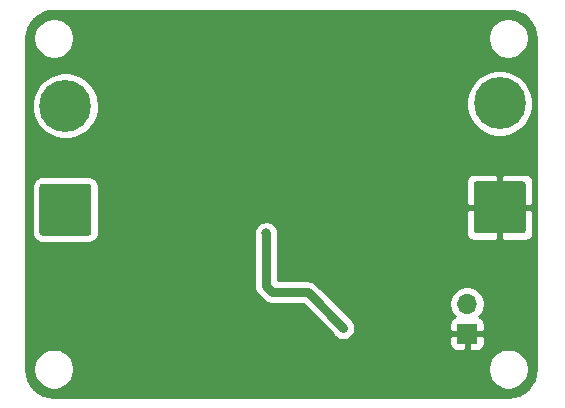
<source format=gbr>
%TF.GenerationSoftware,KiCad,Pcbnew,5.1.6*%
%TF.CreationDate,2020-09-21T04:05:30+02:00*%
%TF.ProjectId,AL8853_Led_driver,414c3838-3533-45f4-9c65-645f64726976,rev?*%
%TF.SameCoordinates,Original*%
%TF.FileFunction,Copper,L2,Bot*%
%TF.FilePolarity,Positive*%
%FSLAX46Y46*%
G04 Gerber Fmt 4.6, Leading zero omitted, Abs format (unit mm)*
G04 Created by KiCad (PCBNEW 5.1.6) date 2020-09-21 04:05:30*
%MOMM*%
%LPD*%
G01*
G04 APERTURE LIST*
%TA.AperFunction,ComponentPad*%
%ADD10O,1.700000X1.700000*%
%TD*%
%TA.AperFunction,ComponentPad*%
%ADD11R,1.700000X1.700000*%
%TD*%
%TA.AperFunction,ComponentPad*%
%ADD12C,4.400000*%
%TD*%
%TA.AperFunction,ViaPad*%
%ADD13C,0.800000*%
%TD*%
%TA.AperFunction,Conductor*%
%ADD14C,0.750000*%
%TD*%
%TA.AperFunction,Conductor*%
%ADD15C,0.254000*%
%TD*%
G04 APERTURE END LIST*
D10*
%TO.P,J2,2*%
%TO.N,Net-(J2-Pad2)*%
X109000000Y-125960000D03*
D11*
%TO.P,J2,1*%
%TO.N,GND*%
X109000000Y-128500000D03*
%TD*%
D12*
%TO.P,J3,2*%
%TO.N,Net-(C3-Pad1)*%
X75000000Y-109200000D03*
%TO.P,J3,1*%
%TO.N,Net-(J3-Pad1)*%
%TA.AperFunction,ComponentPad*%
G36*
G01*
X76950001Y-120200000D02*
X73049999Y-120200000D01*
G75*
G02*
X72800000Y-119950001I0J249999D01*
G01*
X72800000Y-116049999D01*
G75*
G02*
X73049999Y-115800000I249999J0D01*
G01*
X76950001Y-115800000D01*
G75*
G02*
X77200000Y-116049999I0J-249999D01*
G01*
X77200000Y-119950001D01*
G75*
G02*
X76950001Y-120200000I-249999J0D01*
G01*
G37*
%TD.AperFunction*%
%TD*%
%TO.P,J1,2*%
%TO.N,Net-(C1-Pad1)*%
X111760000Y-109000000D03*
%TO.P,J1,1*%
%TO.N,GND*%
%TA.AperFunction,ComponentPad*%
G36*
G01*
X113710001Y-120000000D02*
X109809999Y-120000000D01*
G75*
G02*
X109560000Y-119750001I0J249999D01*
G01*
X109560000Y-115849999D01*
G75*
G02*
X109809999Y-115600000I249999J0D01*
G01*
X113710001Y-115600000D01*
G75*
G02*
X113960000Y-115849999I0J-249999D01*
G01*
X113960000Y-119750001D01*
G75*
G02*
X113710001Y-120000000I-249999J0D01*
G01*
G37*
%TD.AperFunction*%
%TD*%
D13*
%TO.N,GND*%
X80400000Y-126800000D03*
X81800000Y-126800000D03*
X83200000Y-126800000D03*
X80400000Y-128000000D03*
X81800000Y-128000000D03*
X83200000Y-128000000D03*
X80400000Y-129200000D03*
X81800000Y-129200000D03*
X83200000Y-129200000D03*
X80400000Y-125600000D03*
X81800000Y-125600000D03*
X83200000Y-125600000D03*
X84600000Y-125600000D03*
X84600000Y-126800000D03*
X84600000Y-128000000D03*
X84600000Y-129200000D03*
X78000000Y-102800000D03*
X81800000Y-102800000D03*
X85800000Y-102800000D03*
X89800000Y-102800000D03*
X93800000Y-102800000D03*
X97800000Y-102800000D03*
X101800000Y-102800000D03*
X105800000Y-102800000D03*
X109800000Y-102800000D03*
X73600000Y-113200000D03*
X77600000Y-113200000D03*
X73600000Y-128400000D03*
X97800000Y-106800000D03*
X88800000Y-112200000D03*
X100000000Y-113600000D03*
X100000000Y-110000000D03*
X100200000Y-105200000D03*
X113000000Y-113400000D03*
X113000000Y-122400000D03*
X114000000Y-125000000D03*
X86000000Y-129200000D03*
X86000000Y-128000000D03*
X86000000Y-126800000D03*
X86000000Y-125600000D03*
X93200000Y-129000000D03*
X87200000Y-119000000D03*
X114000000Y-129000000D03*
X108800000Y-132400000D03*
X104500000Y-133000000D03*
X77000000Y-132400000D03*
X82000000Y-133200000D03*
X87400000Y-133200000D03*
X92600000Y-133200000D03*
X99200000Y-133200000D03*
%TO.N,Net-(R4-Pad1)*%
X98500000Y-128000000D03*
X92000000Y-120000000D03*
%TD*%
D14*
%TO.N,Net-(R4-Pad1)*%
X98500000Y-128000000D02*
X95500000Y-125000000D01*
X95500000Y-125000000D02*
X92500000Y-125000000D01*
X92500000Y-125000000D02*
X92000000Y-124500000D01*
X92000000Y-124500000D02*
X92000000Y-120000000D01*
%TD*%
D15*
%TO.N,GND*%
G36*
X112953893Y-101207670D02*
G01*
X113390498Y-101339489D01*
X113793185Y-101553600D01*
X114146612Y-101841848D01*
X114437327Y-102193261D01*
X114654242Y-102594439D01*
X114789106Y-103030113D01*
X114840000Y-103514344D01*
X114840001Y-131467711D01*
X114792330Y-131953894D01*
X114660512Y-132390497D01*
X114446399Y-132793186D01*
X114158150Y-133146613D01*
X113806739Y-133437327D01*
X113405564Y-133654240D01*
X112969886Y-133789106D01*
X112485664Y-133840000D01*
X74032279Y-133840000D01*
X73546106Y-133792330D01*
X73109503Y-133660512D01*
X72706814Y-133446399D01*
X72353387Y-133158150D01*
X72062673Y-132806739D01*
X71845760Y-132405564D01*
X71710894Y-131969886D01*
X71660000Y-131485664D01*
X71660000Y-131329117D01*
X72265000Y-131329117D01*
X72265000Y-131670883D01*
X72331675Y-132006081D01*
X72462463Y-132321831D01*
X72652337Y-132605998D01*
X72894002Y-132847663D01*
X73178169Y-133037537D01*
X73493919Y-133168325D01*
X73829117Y-133235000D01*
X74170883Y-133235000D01*
X74506081Y-133168325D01*
X74821831Y-133037537D01*
X75105998Y-132847663D01*
X75347663Y-132605998D01*
X75537537Y-132321831D01*
X75668325Y-132006081D01*
X75735000Y-131670883D01*
X75735000Y-131329117D01*
X110765000Y-131329117D01*
X110765000Y-131670883D01*
X110831675Y-132006081D01*
X110962463Y-132321831D01*
X111152337Y-132605998D01*
X111394002Y-132847663D01*
X111678169Y-133037537D01*
X111993919Y-133168325D01*
X112329117Y-133235000D01*
X112670883Y-133235000D01*
X113006081Y-133168325D01*
X113321831Y-133037537D01*
X113605998Y-132847663D01*
X113847663Y-132605998D01*
X114037537Y-132321831D01*
X114168325Y-132006081D01*
X114235000Y-131670883D01*
X114235000Y-131329117D01*
X114168325Y-130993919D01*
X114037537Y-130678169D01*
X113847663Y-130394002D01*
X113605998Y-130152337D01*
X113321831Y-129962463D01*
X113006081Y-129831675D01*
X112670883Y-129765000D01*
X112329117Y-129765000D01*
X111993919Y-129831675D01*
X111678169Y-129962463D01*
X111394002Y-130152337D01*
X111152337Y-130394002D01*
X110962463Y-130678169D01*
X110831675Y-130993919D01*
X110765000Y-131329117D01*
X75735000Y-131329117D01*
X75668325Y-130993919D01*
X75537537Y-130678169D01*
X75347663Y-130394002D01*
X75105998Y-130152337D01*
X74821831Y-129962463D01*
X74506081Y-129831675D01*
X74170883Y-129765000D01*
X73829117Y-129765000D01*
X73493919Y-129831675D01*
X73178169Y-129962463D01*
X72894002Y-130152337D01*
X72652337Y-130394002D01*
X72462463Y-130678169D01*
X72331675Y-130993919D01*
X72265000Y-131329117D01*
X71660000Y-131329117D01*
X71660000Y-129350000D01*
X107511928Y-129350000D01*
X107524188Y-129474482D01*
X107560498Y-129594180D01*
X107619463Y-129704494D01*
X107698815Y-129801185D01*
X107795506Y-129880537D01*
X107905820Y-129939502D01*
X108025518Y-129975812D01*
X108150000Y-129988072D01*
X108714250Y-129985000D01*
X108873000Y-129826250D01*
X108873000Y-128627000D01*
X109127000Y-128627000D01*
X109127000Y-129826250D01*
X109285750Y-129985000D01*
X109850000Y-129988072D01*
X109974482Y-129975812D01*
X110094180Y-129939502D01*
X110204494Y-129880537D01*
X110301185Y-129801185D01*
X110380537Y-129704494D01*
X110439502Y-129594180D01*
X110475812Y-129474482D01*
X110488072Y-129350000D01*
X110485000Y-128785750D01*
X110326250Y-128627000D01*
X109127000Y-128627000D01*
X108873000Y-128627000D01*
X107673750Y-128627000D01*
X107515000Y-128785750D01*
X107511928Y-129350000D01*
X71660000Y-129350000D01*
X71660000Y-116049999D01*
X72161928Y-116049999D01*
X72161928Y-119950001D01*
X72178992Y-120123255D01*
X72229528Y-120289851D01*
X72311595Y-120443387D01*
X72422038Y-120577962D01*
X72556613Y-120688405D01*
X72710149Y-120770472D01*
X72876745Y-120821008D01*
X73049999Y-120838072D01*
X76950001Y-120838072D01*
X77123255Y-120821008D01*
X77289851Y-120770472D01*
X77443387Y-120688405D01*
X77577962Y-120577962D01*
X77688405Y-120443387D01*
X77770472Y-120289851D01*
X77821008Y-120123255D01*
X77838072Y-119950001D01*
X77838072Y-119898061D01*
X90965000Y-119898061D01*
X90965000Y-120101939D01*
X90990001Y-120227628D01*
X90990000Y-124450392D01*
X90985114Y-124500000D01*
X90990000Y-124549607D01*
X91004615Y-124697993D01*
X91062368Y-124888379D01*
X91156153Y-125063840D01*
X91282367Y-125217633D01*
X91320906Y-125249261D01*
X91750739Y-125679094D01*
X91782367Y-125717633D01*
X91936160Y-125843847D01*
X92111620Y-125937632D01*
X92302005Y-125995385D01*
X92500000Y-126014886D01*
X92549608Y-126010000D01*
X95081645Y-126010000D01*
X97624870Y-128553226D01*
X97696063Y-128659774D01*
X97840226Y-128803937D01*
X98009744Y-128917205D01*
X98198102Y-128995226D01*
X98398061Y-129035000D01*
X98601939Y-129035000D01*
X98801898Y-128995226D01*
X98990256Y-128917205D01*
X99159774Y-128803937D01*
X99303937Y-128659774D01*
X99417205Y-128490256D01*
X99495226Y-128301898D01*
X99535000Y-128101939D01*
X99535000Y-127898061D01*
X99495226Y-127698102D01*
X99475302Y-127650000D01*
X107511928Y-127650000D01*
X107515000Y-128214250D01*
X107673750Y-128373000D01*
X108873000Y-128373000D01*
X108873000Y-128353000D01*
X109127000Y-128353000D01*
X109127000Y-128373000D01*
X110326250Y-128373000D01*
X110485000Y-128214250D01*
X110488072Y-127650000D01*
X110475812Y-127525518D01*
X110439502Y-127405820D01*
X110380537Y-127295506D01*
X110301185Y-127198815D01*
X110204494Y-127119463D01*
X110094180Y-127060498D01*
X110021620Y-127038487D01*
X110153475Y-126906632D01*
X110315990Y-126663411D01*
X110427932Y-126393158D01*
X110485000Y-126106260D01*
X110485000Y-125813740D01*
X110427932Y-125526842D01*
X110315990Y-125256589D01*
X110153475Y-125013368D01*
X109946632Y-124806525D01*
X109703411Y-124644010D01*
X109433158Y-124532068D01*
X109146260Y-124475000D01*
X108853740Y-124475000D01*
X108566842Y-124532068D01*
X108296589Y-124644010D01*
X108053368Y-124806525D01*
X107846525Y-125013368D01*
X107684010Y-125256589D01*
X107572068Y-125526842D01*
X107515000Y-125813740D01*
X107515000Y-126106260D01*
X107572068Y-126393158D01*
X107684010Y-126663411D01*
X107846525Y-126906632D01*
X107978380Y-127038487D01*
X107905820Y-127060498D01*
X107795506Y-127119463D01*
X107698815Y-127198815D01*
X107619463Y-127295506D01*
X107560498Y-127405820D01*
X107524188Y-127525518D01*
X107511928Y-127650000D01*
X99475302Y-127650000D01*
X99417205Y-127509744D01*
X99303937Y-127340226D01*
X99159774Y-127196063D01*
X99053226Y-127124870D01*
X96249261Y-124320906D01*
X96217633Y-124282367D01*
X96063840Y-124156153D01*
X95888380Y-124062368D01*
X95697994Y-124004615D01*
X95549608Y-123990000D01*
X95500000Y-123985114D01*
X95450392Y-123990000D01*
X93010000Y-123990000D01*
X93010000Y-120227623D01*
X93035000Y-120101939D01*
X93035000Y-120000000D01*
X108921928Y-120000000D01*
X108934188Y-120124482D01*
X108970498Y-120244180D01*
X109029463Y-120354494D01*
X109108815Y-120451185D01*
X109205506Y-120530537D01*
X109315820Y-120589502D01*
X109435518Y-120625812D01*
X109560000Y-120638072D01*
X111474250Y-120635000D01*
X111633000Y-120476250D01*
X111633000Y-117927000D01*
X111887000Y-117927000D01*
X111887000Y-120476250D01*
X112045750Y-120635000D01*
X113960000Y-120638072D01*
X114084482Y-120625812D01*
X114204180Y-120589502D01*
X114314494Y-120530537D01*
X114411185Y-120451185D01*
X114490537Y-120354494D01*
X114549502Y-120244180D01*
X114585812Y-120124482D01*
X114598072Y-120000000D01*
X114595000Y-118085750D01*
X114436250Y-117927000D01*
X111887000Y-117927000D01*
X111633000Y-117927000D01*
X109083750Y-117927000D01*
X108925000Y-118085750D01*
X108921928Y-120000000D01*
X93035000Y-120000000D01*
X93035000Y-119898061D01*
X92995226Y-119698102D01*
X92917205Y-119509744D01*
X92803937Y-119340226D01*
X92659774Y-119196063D01*
X92490256Y-119082795D01*
X92301898Y-119004774D01*
X92101939Y-118965000D01*
X91898061Y-118965000D01*
X91698102Y-119004774D01*
X91509744Y-119082795D01*
X91340226Y-119196063D01*
X91196063Y-119340226D01*
X91082795Y-119509744D01*
X91004774Y-119698102D01*
X90965000Y-119898061D01*
X77838072Y-119898061D01*
X77838072Y-116049999D01*
X77821008Y-115876745D01*
X77770472Y-115710149D01*
X77711596Y-115600000D01*
X108921928Y-115600000D01*
X108925000Y-117514250D01*
X109083750Y-117673000D01*
X111633000Y-117673000D01*
X111633000Y-115123750D01*
X111887000Y-115123750D01*
X111887000Y-117673000D01*
X114436250Y-117673000D01*
X114595000Y-117514250D01*
X114598072Y-115600000D01*
X114585812Y-115475518D01*
X114549502Y-115355820D01*
X114490537Y-115245506D01*
X114411185Y-115148815D01*
X114314494Y-115069463D01*
X114204180Y-115010498D01*
X114084482Y-114974188D01*
X113960000Y-114961928D01*
X112045750Y-114965000D01*
X111887000Y-115123750D01*
X111633000Y-115123750D01*
X111474250Y-114965000D01*
X109560000Y-114961928D01*
X109435518Y-114974188D01*
X109315820Y-115010498D01*
X109205506Y-115069463D01*
X109108815Y-115148815D01*
X109029463Y-115245506D01*
X108970498Y-115355820D01*
X108934188Y-115475518D01*
X108921928Y-115600000D01*
X77711596Y-115600000D01*
X77688405Y-115556613D01*
X77577962Y-115422038D01*
X77443387Y-115311595D01*
X77289851Y-115229528D01*
X77123255Y-115178992D01*
X76950001Y-115161928D01*
X73049999Y-115161928D01*
X72876745Y-115178992D01*
X72710149Y-115229528D01*
X72556613Y-115311595D01*
X72422038Y-115422038D01*
X72311595Y-115556613D01*
X72229528Y-115710149D01*
X72178992Y-115876745D01*
X72161928Y-116049999D01*
X71660000Y-116049999D01*
X71660000Y-108920777D01*
X72165000Y-108920777D01*
X72165000Y-109479223D01*
X72273948Y-110026939D01*
X72487656Y-110542876D01*
X72797912Y-111007207D01*
X73192793Y-111402088D01*
X73657124Y-111712344D01*
X74173061Y-111926052D01*
X74720777Y-112035000D01*
X75279223Y-112035000D01*
X75826939Y-111926052D01*
X76342876Y-111712344D01*
X76807207Y-111402088D01*
X77202088Y-111007207D01*
X77512344Y-110542876D01*
X77726052Y-110026939D01*
X77835000Y-109479223D01*
X77835000Y-108920777D01*
X77795218Y-108720777D01*
X108925000Y-108720777D01*
X108925000Y-109279223D01*
X109033948Y-109826939D01*
X109247656Y-110342876D01*
X109557912Y-110807207D01*
X109952793Y-111202088D01*
X110417124Y-111512344D01*
X110933061Y-111726052D01*
X111480777Y-111835000D01*
X112039223Y-111835000D01*
X112586939Y-111726052D01*
X113102876Y-111512344D01*
X113567207Y-111202088D01*
X113962088Y-110807207D01*
X114272344Y-110342876D01*
X114486052Y-109826939D01*
X114595000Y-109279223D01*
X114595000Y-108720777D01*
X114486052Y-108173061D01*
X114272344Y-107657124D01*
X113962088Y-107192793D01*
X113567207Y-106797912D01*
X113102876Y-106487656D01*
X112586939Y-106273948D01*
X112039223Y-106165000D01*
X111480777Y-106165000D01*
X110933061Y-106273948D01*
X110417124Y-106487656D01*
X109952793Y-106797912D01*
X109557912Y-107192793D01*
X109247656Y-107657124D01*
X109033948Y-108173061D01*
X108925000Y-108720777D01*
X77795218Y-108720777D01*
X77726052Y-108373061D01*
X77512344Y-107857124D01*
X77202088Y-107392793D01*
X76807207Y-106997912D01*
X76342876Y-106687656D01*
X75826939Y-106473948D01*
X75279223Y-106365000D01*
X74720777Y-106365000D01*
X74173061Y-106473948D01*
X73657124Y-106687656D01*
X73192793Y-106997912D01*
X72797912Y-107392793D01*
X72487656Y-107857124D01*
X72273948Y-108373061D01*
X72165000Y-108920777D01*
X71660000Y-108920777D01*
X71660000Y-103532279D01*
X71679920Y-103329117D01*
X72265000Y-103329117D01*
X72265000Y-103670883D01*
X72331675Y-104006081D01*
X72462463Y-104321831D01*
X72652337Y-104605998D01*
X72894002Y-104847663D01*
X73178169Y-105037537D01*
X73493919Y-105168325D01*
X73829117Y-105235000D01*
X74170883Y-105235000D01*
X74506081Y-105168325D01*
X74821831Y-105037537D01*
X75105998Y-104847663D01*
X75347663Y-104605998D01*
X75537537Y-104321831D01*
X75668325Y-104006081D01*
X75735000Y-103670883D01*
X75735000Y-103329117D01*
X110765000Y-103329117D01*
X110765000Y-103670883D01*
X110831675Y-104006081D01*
X110962463Y-104321831D01*
X111152337Y-104605998D01*
X111394002Y-104847663D01*
X111678169Y-105037537D01*
X111993919Y-105168325D01*
X112329117Y-105235000D01*
X112670883Y-105235000D01*
X113006081Y-105168325D01*
X113321831Y-105037537D01*
X113605998Y-104847663D01*
X113847663Y-104605998D01*
X114037537Y-104321831D01*
X114168325Y-104006081D01*
X114235000Y-103670883D01*
X114235000Y-103329117D01*
X114168325Y-102993919D01*
X114037537Y-102678169D01*
X113847663Y-102394002D01*
X113605998Y-102152337D01*
X113321831Y-101962463D01*
X113006081Y-101831675D01*
X112670883Y-101765000D01*
X112329117Y-101765000D01*
X111993919Y-101831675D01*
X111678169Y-101962463D01*
X111394002Y-102152337D01*
X111152337Y-102394002D01*
X110962463Y-102678169D01*
X110831675Y-102993919D01*
X110765000Y-103329117D01*
X75735000Y-103329117D01*
X75668325Y-102993919D01*
X75537537Y-102678169D01*
X75347663Y-102394002D01*
X75105998Y-102152337D01*
X74821831Y-101962463D01*
X74506081Y-101831675D01*
X74170883Y-101765000D01*
X73829117Y-101765000D01*
X73493919Y-101831675D01*
X73178169Y-101962463D01*
X72894002Y-102152337D01*
X72652337Y-102394002D01*
X72462463Y-102678169D01*
X72331675Y-102993919D01*
X72265000Y-103329117D01*
X71679920Y-103329117D01*
X71707670Y-103046107D01*
X71839489Y-102609502D01*
X72053600Y-102206815D01*
X72341848Y-101853388D01*
X72693261Y-101562673D01*
X73094439Y-101345758D01*
X73530113Y-101210894D01*
X74014344Y-101160000D01*
X112467721Y-101160000D01*
X112953893Y-101207670D01*
G37*
X112953893Y-101207670D02*
X113390498Y-101339489D01*
X113793185Y-101553600D01*
X114146612Y-101841848D01*
X114437327Y-102193261D01*
X114654242Y-102594439D01*
X114789106Y-103030113D01*
X114840000Y-103514344D01*
X114840001Y-131467711D01*
X114792330Y-131953894D01*
X114660512Y-132390497D01*
X114446399Y-132793186D01*
X114158150Y-133146613D01*
X113806739Y-133437327D01*
X113405564Y-133654240D01*
X112969886Y-133789106D01*
X112485664Y-133840000D01*
X74032279Y-133840000D01*
X73546106Y-133792330D01*
X73109503Y-133660512D01*
X72706814Y-133446399D01*
X72353387Y-133158150D01*
X72062673Y-132806739D01*
X71845760Y-132405564D01*
X71710894Y-131969886D01*
X71660000Y-131485664D01*
X71660000Y-131329117D01*
X72265000Y-131329117D01*
X72265000Y-131670883D01*
X72331675Y-132006081D01*
X72462463Y-132321831D01*
X72652337Y-132605998D01*
X72894002Y-132847663D01*
X73178169Y-133037537D01*
X73493919Y-133168325D01*
X73829117Y-133235000D01*
X74170883Y-133235000D01*
X74506081Y-133168325D01*
X74821831Y-133037537D01*
X75105998Y-132847663D01*
X75347663Y-132605998D01*
X75537537Y-132321831D01*
X75668325Y-132006081D01*
X75735000Y-131670883D01*
X75735000Y-131329117D01*
X110765000Y-131329117D01*
X110765000Y-131670883D01*
X110831675Y-132006081D01*
X110962463Y-132321831D01*
X111152337Y-132605998D01*
X111394002Y-132847663D01*
X111678169Y-133037537D01*
X111993919Y-133168325D01*
X112329117Y-133235000D01*
X112670883Y-133235000D01*
X113006081Y-133168325D01*
X113321831Y-133037537D01*
X113605998Y-132847663D01*
X113847663Y-132605998D01*
X114037537Y-132321831D01*
X114168325Y-132006081D01*
X114235000Y-131670883D01*
X114235000Y-131329117D01*
X114168325Y-130993919D01*
X114037537Y-130678169D01*
X113847663Y-130394002D01*
X113605998Y-130152337D01*
X113321831Y-129962463D01*
X113006081Y-129831675D01*
X112670883Y-129765000D01*
X112329117Y-129765000D01*
X111993919Y-129831675D01*
X111678169Y-129962463D01*
X111394002Y-130152337D01*
X111152337Y-130394002D01*
X110962463Y-130678169D01*
X110831675Y-130993919D01*
X110765000Y-131329117D01*
X75735000Y-131329117D01*
X75668325Y-130993919D01*
X75537537Y-130678169D01*
X75347663Y-130394002D01*
X75105998Y-130152337D01*
X74821831Y-129962463D01*
X74506081Y-129831675D01*
X74170883Y-129765000D01*
X73829117Y-129765000D01*
X73493919Y-129831675D01*
X73178169Y-129962463D01*
X72894002Y-130152337D01*
X72652337Y-130394002D01*
X72462463Y-130678169D01*
X72331675Y-130993919D01*
X72265000Y-131329117D01*
X71660000Y-131329117D01*
X71660000Y-129350000D01*
X107511928Y-129350000D01*
X107524188Y-129474482D01*
X107560498Y-129594180D01*
X107619463Y-129704494D01*
X107698815Y-129801185D01*
X107795506Y-129880537D01*
X107905820Y-129939502D01*
X108025518Y-129975812D01*
X108150000Y-129988072D01*
X108714250Y-129985000D01*
X108873000Y-129826250D01*
X108873000Y-128627000D01*
X109127000Y-128627000D01*
X109127000Y-129826250D01*
X109285750Y-129985000D01*
X109850000Y-129988072D01*
X109974482Y-129975812D01*
X110094180Y-129939502D01*
X110204494Y-129880537D01*
X110301185Y-129801185D01*
X110380537Y-129704494D01*
X110439502Y-129594180D01*
X110475812Y-129474482D01*
X110488072Y-129350000D01*
X110485000Y-128785750D01*
X110326250Y-128627000D01*
X109127000Y-128627000D01*
X108873000Y-128627000D01*
X107673750Y-128627000D01*
X107515000Y-128785750D01*
X107511928Y-129350000D01*
X71660000Y-129350000D01*
X71660000Y-116049999D01*
X72161928Y-116049999D01*
X72161928Y-119950001D01*
X72178992Y-120123255D01*
X72229528Y-120289851D01*
X72311595Y-120443387D01*
X72422038Y-120577962D01*
X72556613Y-120688405D01*
X72710149Y-120770472D01*
X72876745Y-120821008D01*
X73049999Y-120838072D01*
X76950001Y-120838072D01*
X77123255Y-120821008D01*
X77289851Y-120770472D01*
X77443387Y-120688405D01*
X77577962Y-120577962D01*
X77688405Y-120443387D01*
X77770472Y-120289851D01*
X77821008Y-120123255D01*
X77838072Y-119950001D01*
X77838072Y-119898061D01*
X90965000Y-119898061D01*
X90965000Y-120101939D01*
X90990001Y-120227628D01*
X90990000Y-124450392D01*
X90985114Y-124500000D01*
X90990000Y-124549607D01*
X91004615Y-124697993D01*
X91062368Y-124888379D01*
X91156153Y-125063840D01*
X91282367Y-125217633D01*
X91320906Y-125249261D01*
X91750739Y-125679094D01*
X91782367Y-125717633D01*
X91936160Y-125843847D01*
X92111620Y-125937632D01*
X92302005Y-125995385D01*
X92500000Y-126014886D01*
X92549608Y-126010000D01*
X95081645Y-126010000D01*
X97624870Y-128553226D01*
X97696063Y-128659774D01*
X97840226Y-128803937D01*
X98009744Y-128917205D01*
X98198102Y-128995226D01*
X98398061Y-129035000D01*
X98601939Y-129035000D01*
X98801898Y-128995226D01*
X98990256Y-128917205D01*
X99159774Y-128803937D01*
X99303937Y-128659774D01*
X99417205Y-128490256D01*
X99495226Y-128301898D01*
X99535000Y-128101939D01*
X99535000Y-127898061D01*
X99495226Y-127698102D01*
X99475302Y-127650000D01*
X107511928Y-127650000D01*
X107515000Y-128214250D01*
X107673750Y-128373000D01*
X108873000Y-128373000D01*
X108873000Y-128353000D01*
X109127000Y-128353000D01*
X109127000Y-128373000D01*
X110326250Y-128373000D01*
X110485000Y-128214250D01*
X110488072Y-127650000D01*
X110475812Y-127525518D01*
X110439502Y-127405820D01*
X110380537Y-127295506D01*
X110301185Y-127198815D01*
X110204494Y-127119463D01*
X110094180Y-127060498D01*
X110021620Y-127038487D01*
X110153475Y-126906632D01*
X110315990Y-126663411D01*
X110427932Y-126393158D01*
X110485000Y-126106260D01*
X110485000Y-125813740D01*
X110427932Y-125526842D01*
X110315990Y-125256589D01*
X110153475Y-125013368D01*
X109946632Y-124806525D01*
X109703411Y-124644010D01*
X109433158Y-124532068D01*
X109146260Y-124475000D01*
X108853740Y-124475000D01*
X108566842Y-124532068D01*
X108296589Y-124644010D01*
X108053368Y-124806525D01*
X107846525Y-125013368D01*
X107684010Y-125256589D01*
X107572068Y-125526842D01*
X107515000Y-125813740D01*
X107515000Y-126106260D01*
X107572068Y-126393158D01*
X107684010Y-126663411D01*
X107846525Y-126906632D01*
X107978380Y-127038487D01*
X107905820Y-127060498D01*
X107795506Y-127119463D01*
X107698815Y-127198815D01*
X107619463Y-127295506D01*
X107560498Y-127405820D01*
X107524188Y-127525518D01*
X107511928Y-127650000D01*
X99475302Y-127650000D01*
X99417205Y-127509744D01*
X99303937Y-127340226D01*
X99159774Y-127196063D01*
X99053226Y-127124870D01*
X96249261Y-124320906D01*
X96217633Y-124282367D01*
X96063840Y-124156153D01*
X95888380Y-124062368D01*
X95697994Y-124004615D01*
X95549608Y-123990000D01*
X95500000Y-123985114D01*
X95450392Y-123990000D01*
X93010000Y-123990000D01*
X93010000Y-120227623D01*
X93035000Y-120101939D01*
X93035000Y-120000000D01*
X108921928Y-120000000D01*
X108934188Y-120124482D01*
X108970498Y-120244180D01*
X109029463Y-120354494D01*
X109108815Y-120451185D01*
X109205506Y-120530537D01*
X109315820Y-120589502D01*
X109435518Y-120625812D01*
X109560000Y-120638072D01*
X111474250Y-120635000D01*
X111633000Y-120476250D01*
X111633000Y-117927000D01*
X111887000Y-117927000D01*
X111887000Y-120476250D01*
X112045750Y-120635000D01*
X113960000Y-120638072D01*
X114084482Y-120625812D01*
X114204180Y-120589502D01*
X114314494Y-120530537D01*
X114411185Y-120451185D01*
X114490537Y-120354494D01*
X114549502Y-120244180D01*
X114585812Y-120124482D01*
X114598072Y-120000000D01*
X114595000Y-118085750D01*
X114436250Y-117927000D01*
X111887000Y-117927000D01*
X111633000Y-117927000D01*
X109083750Y-117927000D01*
X108925000Y-118085750D01*
X108921928Y-120000000D01*
X93035000Y-120000000D01*
X93035000Y-119898061D01*
X92995226Y-119698102D01*
X92917205Y-119509744D01*
X92803937Y-119340226D01*
X92659774Y-119196063D01*
X92490256Y-119082795D01*
X92301898Y-119004774D01*
X92101939Y-118965000D01*
X91898061Y-118965000D01*
X91698102Y-119004774D01*
X91509744Y-119082795D01*
X91340226Y-119196063D01*
X91196063Y-119340226D01*
X91082795Y-119509744D01*
X91004774Y-119698102D01*
X90965000Y-119898061D01*
X77838072Y-119898061D01*
X77838072Y-116049999D01*
X77821008Y-115876745D01*
X77770472Y-115710149D01*
X77711596Y-115600000D01*
X108921928Y-115600000D01*
X108925000Y-117514250D01*
X109083750Y-117673000D01*
X111633000Y-117673000D01*
X111633000Y-115123750D01*
X111887000Y-115123750D01*
X111887000Y-117673000D01*
X114436250Y-117673000D01*
X114595000Y-117514250D01*
X114598072Y-115600000D01*
X114585812Y-115475518D01*
X114549502Y-115355820D01*
X114490537Y-115245506D01*
X114411185Y-115148815D01*
X114314494Y-115069463D01*
X114204180Y-115010498D01*
X114084482Y-114974188D01*
X113960000Y-114961928D01*
X112045750Y-114965000D01*
X111887000Y-115123750D01*
X111633000Y-115123750D01*
X111474250Y-114965000D01*
X109560000Y-114961928D01*
X109435518Y-114974188D01*
X109315820Y-115010498D01*
X109205506Y-115069463D01*
X109108815Y-115148815D01*
X109029463Y-115245506D01*
X108970498Y-115355820D01*
X108934188Y-115475518D01*
X108921928Y-115600000D01*
X77711596Y-115600000D01*
X77688405Y-115556613D01*
X77577962Y-115422038D01*
X77443387Y-115311595D01*
X77289851Y-115229528D01*
X77123255Y-115178992D01*
X76950001Y-115161928D01*
X73049999Y-115161928D01*
X72876745Y-115178992D01*
X72710149Y-115229528D01*
X72556613Y-115311595D01*
X72422038Y-115422038D01*
X72311595Y-115556613D01*
X72229528Y-115710149D01*
X72178992Y-115876745D01*
X72161928Y-116049999D01*
X71660000Y-116049999D01*
X71660000Y-108920777D01*
X72165000Y-108920777D01*
X72165000Y-109479223D01*
X72273948Y-110026939D01*
X72487656Y-110542876D01*
X72797912Y-111007207D01*
X73192793Y-111402088D01*
X73657124Y-111712344D01*
X74173061Y-111926052D01*
X74720777Y-112035000D01*
X75279223Y-112035000D01*
X75826939Y-111926052D01*
X76342876Y-111712344D01*
X76807207Y-111402088D01*
X77202088Y-111007207D01*
X77512344Y-110542876D01*
X77726052Y-110026939D01*
X77835000Y-109479223D01*
X77835000Y-108920777D01*
X77795218Y-108720777D01*
X108925000Y-108720777D01*
X108925000Y-109279223D01*
X109033948Y-109826939D01*
X109247656Y-110342876D01*
X109557912Y-110807207D01*
X109952793Y-111202088D01*
X110417124Y-111512344D01*
X110933061Y-111726052D01*
X111480777Y-111835000D01*
X112039223Y-111835000D01*
X112586939Y-111726052D01*
X113102876Y-111512344D01*
X113567207Y-111202088D01*
X113962088Y-110807207D01*
X114272344Y-110342876D01*
X114486052Y-109826939D01*
X114595000Y-109279223D01*
X114595000Y-108720777D01*
X114486052Y-108173061D01*
X114272344Y-107657124D01*
X113962088Y-107192793D01*
X113567207Y-106797912D01*
X113102876Y-106487656D01*
X112586939Y-106273948D01*
X112039223Y-106165000D01*
X111480777Y-106165000D01*
X110933061Y-106273948D01*
X110417124Y-106487656D01*
X109952793Y-106797912D01*
X109557912Y-107192793D01*
X109247656Y-107657124D01*
X109033948Y-108173061D01*
X108925000Y-108720777D01*
X77795218Y-108720777D01*
X77726052Y-108373061D01*
X77512344Y-107857124D01*
X77202088Y-107392793D01*
X76807207Y-106997912D01*
X76342876Y-106687656D01*
X75826939Y-106473948D01*
X75279223Y-106365000D01*
X74720777Y-106365000D01*
X74173061Y-106473948D01*
X73657124Y-106687656D01*
X73192793Y-106997912D01*
X72797912Y-107392793D01*
X72487656Y-107857124D01*
X72273948Y-108373061D01*
X72165000Y-108920777D01*
X71660000Y-108920777D01*
X71660000Y-103532279D01*
X71679920Y-103329117D01*
X72265000Y-103329117D01*
X72265000Y-103670883D01*
X72331675Y-104006081D01*
X72462463Y-104321831D01*
X72652337Y-104605998D01*
X72894002Y-104847663D01*
X73178169Y-105037537D01*
X73493919Y-105168325D01*
X73829117Y-105235000D01*
X74170883Y-105235000D01*
X74506081Y-105168325D01*
X74821831Y-105037537D01*
X75105998Y-104847663D01*
X75347663Y-104605998D01*
X75537537Y-104321831D01*
X75668325Y-104006081D01*
X75735000Y-103670883D01*
X75735000Y-103329117D01*
X110765000Y-103329117D01*
X110765000Y-103670883D01*
X110831675Y-104006081D01*
X110962463Y-104321831D01*
X111152337Y-104605998D01*
X111394002Y-104847663D01*
X111678169Y-105037537D01*
X111993919Y-105168325D01*
X112329117Y-105235000D01*
X112670883Y-105235000D01*
X113006081Y-105168325D01*
X113321831Y-105037537D01*
X113605998Y-104847663D01*
X113847663Y-104605998D01*
X114037537Y-104321831D01*
X114168325Y-104006081D01*
X114235000Y-103670883D01*
X114235000Y-103329117D01*
X114168325Y-102993919D01*
X114037537Y-102678169D01*
X113847663Y-102394002D01*
X113605998Y-102152337D01*
X113321831Y-101962463D01*
X113006081Y-101831675D01*
X112670883Y-101765000D01*
X112329117Y-101765000D01*
X111993919Y-101831675D01*
X111678169Y-101962463D01*
X111394002Y-102152337D01*
X111152337Y-102394002D01*
X110962463Y-102678169D01*
X110831675Y-102993919D01*
X110765000Y-103329117D01*
X75735000Y-103329117D01*
X75668325Y-102993919D01*
X75537537Y-102678169D01*
X75347663Y-102394002D01*
X75105998Y-102152337D01*
X74821831Y-101962463D01*
X74506081Y-101831675D01*
X74170883Y-101765000D01*
X73829117Y-101765000D01*
X73493919Y-101831675D01*
X73178169Y-101962463D01*
X72894002Y-102152337D01*
X72652337Y-102394002D01*
X72462463Y-102678169D01*
X72331675Y-102993919D01*
X72265000Y-103329117D01*
X71679920Y-103329117D01*
X71707670Y-103046107D01*
X71839489Y-102609502D01*
X72053600Y-102206815D01*
X72341848Y-101853388D01*
X72693261Y-101562673D01*
X73094439Y-101345758D01*
X73530113Y-101210894D01*
X74014344Y-101160000D01*
X112467721Y-101160000D01*
X112953893Y-101207670D01*
%TD*%
M02*

</source>
